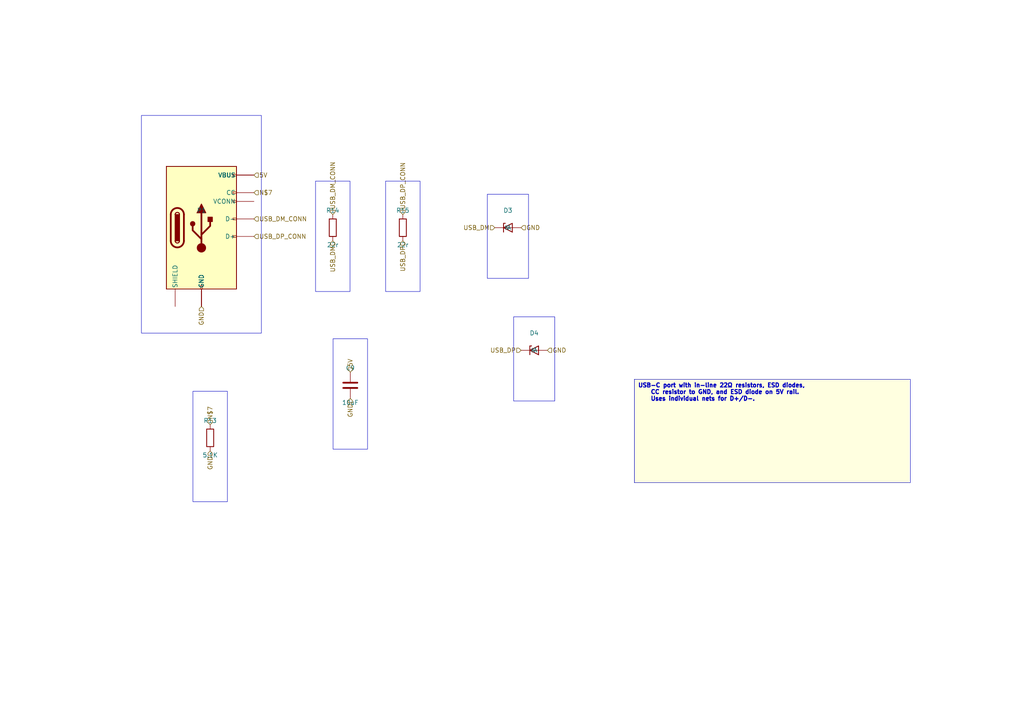
<source format=kicad_sch>
(kicad_sch (version 20250114) (generator "kicad_api") (generator_version 9.0)
  (paper A4)
  (paper A4)
  (lib_symbols
    (symbol "Connector:USB_C_Plug_USB2.0" (pin_numbers hide) (pin_names (offset 0.254))
      (property "Reference" "P" (at 0.0 0.0 0))
      (property "Value" "USB_C_Plug_USB2.0" (at 0.0 0.0 0))
      (symbol "USB_C_Plug_USB2.0_0_1"
        (rectangle (start -0.254 -17.78) (end 0.254 -16.764) (stroke (width 0.0)))
        (rectangle (start 10.16 15.494) (end 9.144 14.986) (stroke (width 0.0)))
        (rectangle (start 10.16 10.414) (end 9.144 9.906) (stroke (width 0.0)))
        (rectangle (start 10.16 7.874) (end 9.144 7.366) (stroke (width 0.0)))
        (rectangle (start 10.16 2.794) (end 9.144 2.286) (stroke (width 0.0)))
        (rectangle (start 10.16 -2.286) (end 9.144 -2.794) (stroke (width 0.0)))
        (rectangle (start -10.16 17.78) (end 10.16 -17.78) (stroke (width 0.254)) (fill (type background)))
        (polyline (pts (xy -8.89 -3.81) (xy -8.89 3.81)) (stroke (width 0.508)))
        (rectangle (start -7.62 -3.81) (end -6.35 3.81) (stroke (width 0.254)) (fill (type outline)))
        (arc (start -7.62 3.81) (mid -6.985 4.4423) (end -6.35 3.81) (stroke (width 0.254)))
        (arc (start -7.62 3.81) (mid -6.985 4.4423) (end -6.35 3.81) (stroke (width 0.254)))
        (arc (start -8.89 3.81) (mid -6.985 5.7067) (end -5.08 3.81) (stroke (width 0.508)))
        (arc (start -5.08 -3.81) (mid -6.985 -5.7067) (end -8.89 -3.81) (stroke (width 0.508)))
        (arc (start -6.35 -3.81) (mid -6.985 -4.4423) (end -7.62 -3.81) (stroke (width 0.254)))
        (arc (start -6.35 -3.81) (mid -6.985 -4.4423) (end -7.62 -3.81) (stroke (width 0.254)))
        (polyline (pts (xy -5.08 3.81) (xy -5.08 -3.81)) (stroke (width 0.508)))
        (circle (center -2.54 1.143) (radius 0.635) (stroke (width 0.254)) (fill (type outline)))
        (polyline (pts (xy -1.27 4.318) (xy 0.0 6.858) (xy 1.27 4.318) (xy -1.27 4.318)) (stroke (width 0.254)) (fill (type outline)))
        (polyline (pts (xy 0.0 -2.032) (xy 2.54 0.508) (xy 2.54 1.778)) (stroke (width 0.508)))
        (polyline (pts (xy 0.0 -3.302) (xy -2.54 -0.762) (xy -2.54 0.508)) (stroke (width 0.508)))
        (polyline (pts (xy 0.0 -5.842) (xy 0.0 4.318)) (stroke (width 0.508)))
        (circle (center 0.0 -5.842) (radius 1.27) (stroke (width 0.0)) (fill (type outline)))
        (rectangle (start 1.905 1.778) (end 3.175 3.048) (stroke (width 0.254)) (fill (type outline)))
      )
      (symbol "USB_C_Plug_USB2.0_1_1"
        (pin passive line (at -7.62 -22.86 90) (length 5.08) (name SHIELD) (number S1))
        (pin passive line (at 0.0 -22.86 90) (length 5.08) (name GND) (number A1))
        (pin passive line (at 0.0 -22.86 90) (length 5.08) (name GND) (number A12))
        (pin passive line (at 0.0 -22.86 90) (length 5.08) (name GND) (number B1))
        (pin passive line (at 0.0 -22.86 90) (length 5.08) (name GND) (number B12))
        (pin passive line (at 15.24 15.24 180) (length 5.08) (name VBUS) (number A4))
        (pin passive line (at 15.24 15.24 180) (length 5.08) (name VBUS) (number A9))
        (pin passive line (at 15.24 15.24 180) (length 5.08) (name VBUS) (number B4))
        (pin passive line (at 15.24 15.24 180) (length 5.08) (name VBUS) (number B9))
        (pin bidirectional line (at 15.24 10.16 180) (length 5.08) (name CC) (number A5))
        (pin bidirectional line (at 15.24 7.62 180) (length 5.08) (name VCONN) (number B5))
        (pin bidirectional line (at 15.24 2.54 180) (length 5.08) (name D-) (number A7))
        (pin bidirectional line (at 15.24 -2.54 180) (length 5.08) (name D+) (number A6))
      )
    )
    (symbol "Device:C" (pin_numbers hide) (pin_names (offset 0.254))
      (property "Reference" "C" (at 0.0 0.0 0))
      (property "Value" "C" (at 0.0 0.0 0))
      (symbol "C_0_1"
        (polyline (pts (xy -2.032 0.762) (xy 2.032 0.762)) (stroke (width 0.508)))
        (polyline (pts (xy -2.032 -0.762) (xy 2.032 -0.762)) (stroke (width 0.508)))
      )
      (symbol "C_1_1"
        (pin passive line (at 0.0 3.81 270) (length 2.794) (name ~) (number "1"))
        (pin passive line (at 0.0 -3.81 90) (length 2.794) (name ~) (number "2"))
      )
    )
    (symbol "Device:R" (pin_numbers hide) (pin_names (offset 0.254))
      (property "Reference" "R" (at 0.0 0.0 0))
      (property "Value" "R" (at 0.0 0.0 0))
      (symbol "R_0_1"
        (rectangle (start -1.016 -2.54) (end 1.016 2.54) (stroke (width 0.254)))
      )
      (symbol "R_1_1"
        (pin passive line (at 0.0 3.81 270) (length 1.27) (name ~) (number "1"))
        (pin passive line (at 0.0 -3.81 90) (length 1.27) (name ~) (number "2"))
      )
    )
    (symbol "Diode:ESD5Zxx" (pin_numbers hide) (pin_names (offset 0.254))
      (property "Reference" "D" (at 0.0 0.0 0))
      (property "Value" "ESD5Zxx" (at 0.0 0.0 0))
      (symbol "ESD5Zxx_0_1"
        (polyline (pts (xy -1.27 -1.27) (xy -1.27 1.27) (xy -0.762 1.27)) (stroke (width 0.254)))
        (polyline (pts (xy 1.27 0.0) (xy -1.27 0.0)) (stroke (width 0.0)))
        (polyline (pts (xy 1.27 -1.27) (xy 1.27 1.27) (xy -1.27 0.0) (xy 1.27 -1.27)) (stroke (width 0.254)))
      )
      (symbol "ESD5Zxx_1_1"
        (pin passive line (at -3.81 0.0 0) (length 2.54) (name K) (number "1"))
        (pin passive line (at 3.81 0.0 180) (length 2.54) (name A) (number "2"))
      )
    )
  )
  (title_block (title USB_Port) (date 2025-07-29) (company Circuit-Synth))
  (symbol (lib_id Connector:USB_C_Plug_USB2.0) (at 58.42 66.04 0)
    (property "Reference" "P1" (at 58.42 61.040000000000006 0))
    (property "Footprint" "Connector_USB:USB_C_Receptacle_GCT_USB4105-xx-A_16P_TopMnt_Horizontal" (effects (hide yes)))
    (instances (project "circuit" (path "" (reference P1) (unit 1))) (project "example_kicad_project" (path "" (reference P1) (unit 1))))
  )
  (symbol (lib_id Device:R) (at 60.96 127.0 0)
    (property "Reference" "R13" (at 60.96 122.0 0))
    (property "Value" "5.1K" (at 60.96 132.0 0))
    (property "Footprint" "Resistor_SMD:R_0603_1608Metric" (effects (hide yes)))
    (instances (project "circuit" (path "" (reference R13) (unit 1))) (project "example_kicad_project" (path "" (reference R13) (unit 1))))
  )
  (symbol (lib_id Device:C) (at 101.6 111.76 0)
    (property "Reference" "C9" (at 101.6 106.76 0))
    (property "Value" "10uF" (at 101.6 116.76 0))
    (property "Footprint" "Capacitor_SMD:C_0603_1608Metric" (effects (hide yes)))
    (instances (project "circuit" (path "" (reference C9) (unit 1))) (project "example_kicad_project" (path "" (reference C9) (unit 1))))
  )
  (symbol (lib_id Device:R) (at 96.52 66.04 0)
    (property "Reference" "R14" (at 96.52 61.040000000000006 0))
    (property "Value" "22r" (at 96.52 71.04 0))
    (property "Footprint" "Resistor_SMD:R_0603_1608Metric" (effects (hide yes)))
    (instances (project "circuit" (path "" (reference R14) (unit 1))) (project "example_kicad_project" (path "" (reference R14) (unit 1))))
  )
  (symbol (lib_id Diode:ESD5Zxx) (at 147.32 66.04 0)
    (property "Reference" "D3" (at 147.32 61.040000000000006 0))
    (property "Footprint" "Diode_SMD:D_SOD-523" (effects (hide yes)))
    (instances (project "circuit" (path "" (reference D3) (unit 1))) (project "example_kicad_project" (path "" (reference D3) (unit 1))))
  )
  (symbol (lib_id Device:R) (at 116.84 66.04 0)
    (property "Reference" "R15" (at 116.84 61.040000000000006 0))
    (property "Value" "22r" (at 116.84 71.04 0))
    (property "Footprint" "Resistor_SMD:R_0603_1608Metric" (effects (hide yes)))
    (instances (project "circuit" (path "" (reference R15) (unit 1))) (project "example_kicad_project" (path "" (reference R15) (unit 1))))
  )
  (symbol (lib_id Diode:ESD5Zxx) (at 154.94 101.6 0)
    (property "Reference" "D4" (at 154.94 96.6 0))
    (property "Footprint" "Diode_SMD:D_SOD-523" (effects (hide yes)))
    (instances (project "circuit" (path "" (reference D4) (unit 1))) (project "example_kicad_project" (path "" (reference D4) (unit 1))))
  )
  (hierarchical_label GND (shape input) (at 58.42 88.9 270))
  (hierarchical_label GND (shape input) (at 60.96 130.81 270))
  (hierarchical_label GND (shape input) (at 101.6 115.57000000000001 270))
  (hierarchical_label GND (shape input) (at 151.13 66.04 0))
  (hierarchical_label GND (shape input) (at 158.75 101.6 0))
  (hierarchical_label 5V (shape input) (at 73.66 50.800000000000004 0))
  (hierarchical_label 5V (shape input) (at 101.6 107.95 90))
  (hierarchical_label N$7 (shape input) (at 73.66 55.88000000000001 0))
  (hierarchical_label N$7 (shape input) (at 60.96 123.19 90))
  (hierarchical_label USB_DM_CONN (shape input) (at 73.66 63.50000000000001 0))
  (hierarchical_label USB_DM_CONN (shape input) (at 96.52 62.230000000000004 90))
  (hierarchical_label USB_DP_CONN (shape input) (at 73.66 68.58000000000001 0))
  (hierarchical_label USB_DP_CONN (shape input) (at 116.84 62.230000000000004 90))
  (hierarchical_label USB_DM (shape input) (at 96.52 69.85000000000001 270))
  (hierarchical_label USB_DM (shape input) (at 143.51 66.04 180))
  (hierarchical_label USB_DP (shape input) (at 116.84 69.85000000000001 270))
  (hierarchical_label USB_DP (shape input) (at 151.13 101.6 180))
  (rectangle (start 41.021 33.481) (end 75.819 96.614) (stroke (width 0.127)))
  (rectangle (start 55.96 113.491) (end 65.96000000000001 145.50900000000001) (stroke (width 0.127)))
  (rectangle (start 96.6 98.251) (end 106.6 130.269) (stroke (width 0.127)))
  (rectangle (start 91.52 52.531000000000006) (end 101.52 84.549) (stroke (width 0.127)))
  (rectangle (start 141.351 56.34100000000001) (end 153.289 80.739) (stroke (width 0.127)))
  (rectangle (start 111.84 52.531000000000006) (end 121.84 84.549) (stroke (width 0.127)))
  (rectangle (start 148.971 91.901) (end 160.909 116.29899999999999) (stroke (width 0.127)))
  (text_box "USB-C port with in-line 22Ω resistors, ESD diodes,\n    CC resistor to GND, and ESD diode on 5V rail.\n    Uses individual nets for D+/D-." (exclude_from_sim yes) (at 184.0 110.0 0) (size 80.0 30.0) (margins 1.0 1.0 1.0 1.0) (stroke (width 0.1)) (fill (type color) (color 255 255 224 1)) (effects (font (size 1.2 1.2) (thickness 0.254)) (justify left top)))
  (text_box "USB-C port with in-line 22Ω resistors, ESD diodes,\n    CC resistor to GND, and ESD diode on 5V rail.\n    Uses individual nets for D+/D-." (exclude_from_sim yes) (at 184.0 110.0 0) (size 80.0 30.0) (margins 1.0 1.0 1.0 1.0) (stroke (width 0.1)) (fill (type color) (color 255 255 224 1)) (effects (font (size 1.2 1.2) (thickness 0.254)) (justify left top)))
)
</source>
